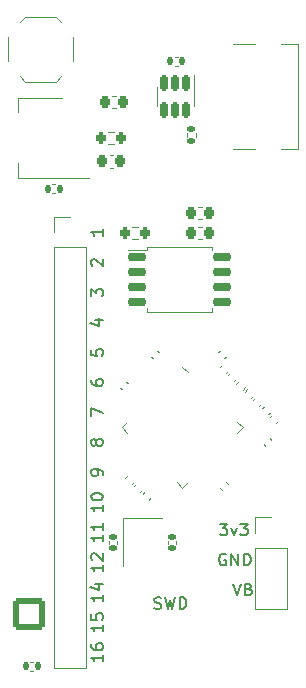
<source format=gbr>
%TF.GenerationSoftware,KiCad,Pcbnew,7.0.2*%
%TF.CreationDate,2023-08-01T17:34:10+02:00*%
%TF.ProjectId,playstation_adapter,706c6179-7374-4617-9469-6f6e5f616461,0.9*%
%TF.SameCoordinates,Original*%
%TF.FileFunction,Legend,Top*%
%TF.FilePolarity,Positive*%
%FSLAX46Y46*%
G04 Gerber Fmt 4.6, Leading zero omitted, Abs format (unit mm)*
G04 Created by KiCad (PCBNEW 7.0.2) date 2023-08-01 17:34:10*
%MOMM*%
%LPD*%
G01*
G04 APERTURE LIST*
G04 Aperture macros list*
%AMRoundRect*
0 Rectangle with rounded corners*
0 $1 Rounding radius*
0 $2 $3 $4 $5 $6 $7 $8 $9 X,Y pos of 4 corners*
0 Add a 4 corners polygon primitive as box body*
4,1,4,$2,$3,$4,$5,$6,$7,$8,$9,$2,$3,0*
0 Add four circle primitives for the rounded corners*
1,1,$1+$1,$2,$3*
1,1,$1+$1,$4,$5*
1,1,$1+$1,$6,$7*
1,1,$1+$1,$8,$9*
0 Add four rect primitives between the rounded corners*
20,1,$1+$1,$2,$3,$4,$5,0*
20,1,$1+$1,$4,$5,$6,$7,0*
20,1,$1+$1,$6,$7,$8,$9,0*
20,1,$1+$1,$8,$9,$2,$3,0*%
%AMRotRect*
0 Rectangle, with rotation*
0 The origin of the aperture is its center*
0 $1 length*
0 $2 width*
0 $3 Rotation angle, in degrees counterclockwise*
0 Add horizontal line*
21,1,$1,$2,0,0,$3*%
G04 Aperture macros list end*
%ADD10C,0.153000*%
%ADD11C,0.120000*%
%ADD12R,1.200000X1.400000*%
%ADD13RoundRect,0.140000X0.170000X-0.140000X0.170000X0.140000X-0.170000X0.140000X-0.170000X-0.140000X0*%
%ADD14RoundRect,0.150000X-0.150000X0.512500X-0.150000X-0.512500X0.150000X-0.512500X0.150000X0.512500X0*%
%ADD15RoundRect,0.140000X0.021213X-0.219203X0.219203X-0.021213X-0.021213X0.219203X-0.219203X0.021213X0*%
%ADD16RoundRect,0.225000X0.225000X0.250000X-0.225000X0.250000X-0.225000X-0.250000X0.225000X-0.250000X0*%
%ADD17RoundRect,0.225000X-0.225000X-0.250000X0.225000X-0.250000X0.225000X0.250000X-0.225000X0.250000X0*%
%ADD18RoundRect,0.140000X-0.170000X0.140000X-0.170000X-0.140000X0.170000X-0.140000X0.170000X0.140000X0*%
%ADD19RoundRect,0.140000X-0.021213X0.219203X-0.219203X0.021213X0.021213X-0.219203X0.219203X-0.021213X0*%
%ADD20RoundRect,0.140000X0.219203X0.021213X0.021213X0.219203X-0.219203X-0.021213X-0.021213X-0.219203X0*%
%ADD21R,1.000000X0.750000*%
%ADD22R,2.000000X1.500000*%
%ADD23R,2.000000X3.800000*%
%ADD24RoundRect,0.135000X0.135000X0.185000X-0.135000X0.185000X-0.135000X-0.185000X0.135000X-0.185000X0*%
%ADD25RoundRect,0.135000X-0.035355X0.226274X-0.226274X0.035355X0.035355X-0.226274X0.226274X-0.035355X0*%
%ADD26C,0.600000*%
%ADD27R,1.040000X0.600000*%
%ADD28R,1.090000X0.600000*%
%ADD29R,1.160000X0.300000*%
%ADD30R,2.000000X2.000000*%
%ADD31O,2.000000X0.900000*%
%ADD32R,1.700000X1.700000*%
%ADD33O,1.700000X1.700000*%
%ADD34RoundRect,0.150000X-0.650000X-0.150000X0.650000X-0.150000X0.650000X0.150000X-0.650000X0.150000X0*%
%ADD35RoundRect,0.135000X-0.185000X0.135000X-0.185000X-0.135000X0.185000X-0.135000X0.185000X0.135000X0*%
%ADD36RoundRect,0.140000X-0.219203X-0.021213X-0.021213X-0.219203X0.219203X0.021213X0.021213X0.219203X0*%
%ADD37RoundRect,0.050000X-0.309359X0.238649X0.238649X-0.309359X0.309359X-0.238649X-0.238649X0.309359X0*%
%ADD38RoundRect,0.050000X-0.309359X-0.238649X-0.238649X-0.309359X0.309359X0.238649X0.238649X0.309359X0*%
%ADD39RotRect,3.200000X3.200000X315.000000*%
%ADD40RoundRect,0.200000X0.200000X0.275000X-0.200000X0.275000X-0.200000X-0.275000X0.200000X-0.275000X0*%
%ADD41RoundRect,0.135000X-0.135000X-0.185000X0.135000X-0.185000X0.135000X0.185000X-0.135000X0.185000X0*%
%ADD42RoundRect,0.200000X-0.200000X-0.275000X0.200000X-0.275000X0.200000X0.275000X-0.200000X0.275000X0*%
%ADD43C,2.200000*%
%ADD44C,2.550000*%
%ADD45C,1.850000*%
%ADD46RoundRect,0.250001X1.099999X-1.099999X1.099999X1.099999X-1.099999X1.099999X-1.099999X-1.099999X0*%
%ADD47C,2.700000*%
G04 APERTURE END LIST*
D10*
X65277619Y-81090476D02*
X65277619Y-81661904D01*
X65277619Y-81376190D02*
X64277619Y-81376190D01*
X64277619Y-81376190D02*
X64420476Y-81471428D01*
X64420476Y-81471428D02*
X64515714Y-81566666D01*
X64515714Y-81566666D02*
X64563333Y-81661904D01*
X65277619Y-80138095D02*
X65277619Y-80709523D01*
X65277619Y-80423809D02*
X64277619Y-80423809D01*
X64277619Y-80423809D02*
X64420476Y-80519047D01*
X64420476Y-80519047D02*
X64515714Y-80614285D01*
X64515714Y-80614285D02*
X64563333Y-80709523D01*
X65277619Y-76010475D02*
X65277619Y-75819999D01*
X65277619Y-75819999D02*
X65230000Y-75724761D01*
X65230000Y-75724761D02*
X65182380Y-75677142D01*
X65182380Y-75677142D02*
X65039523Y-75581904D01*
X65039523Y-75581904D02*
X64849047Y-75534285D01*
X64849047Y-75534285D02*
X64468095Y-75534285D01*
X64468095Y-75534285D02*
X64372857Y-75581904D01*
X64372857Y-75581904D02*
X64325238Y-75629523D01*
X64325238Y-75629523D02*
X64277619Y-75724761D01*
X64277619Y-75724761D02*
X64277619Y-75915237D01*
X64277619Y-75915237D02*
X64325238Y-76010475D01*
X64325238Y-76010475D02*
X64372857Y-76058094D01*
X64372857Y-76058094D02*
X64468095Y-76105713D01*
X64468095Y-76105713D02*
X64706190Y-76105713D01*
X64706190Y-76105713D02*
X64801428Y-76058094D01*
X64801428Y-76058094D02*
X64849047Y-76010475D01*
X64849047Y-76010475D02*
X64896666Y-75915237D01*
X64896666Y-75915237D02*
X64896666Y-75724761D01*
X64896666Y-75724761D02*
X64849047Y-75629523D01*
X64849047Y-75629523D02*
X64801428Y-75581904D01*
X64801428Y-75581904D02*
X64706190Y-75534285D01*
X64277619Y-68009523D02*
X64277619Y-68199999D01*
X64277619Y-68199999D02*
X64325238Y-68295237D01*
X64325238Y-68295237D02*
X64372857Y-68342856D01*
X64372857Y-68342856D02*
X64515714Y-68438094D01*
X64515714Y-68438094D02*
X64706190Y-68485713D01*
X64706190Y-68485713D02*
X65087142Y-68485713D01*
X65087142Y-68485713D02*
X65182380Y-68438094D01*
X65182380Y-68438094D02*
X65230000Y-68390475D01*
X65230000Y-68390475D02*
X65277619Y-68295237D01*
X65277619Y-68295237D02*
X65277619Y-68104761D01*
X65277619Y-68104761D02*
X65230000Y-68009523D01*
X65230000Y-68009523D02*
X65182380Y-67961904D01*
X65182380Y-67961904D02*
X65087142Y-67914285D01*
X65087142Y-67914285D02*
X64849047Y-67914285D01*
X64849047Y-67914285D02*
X64753809Y-67961904D01*
X64753809Y-67961904D02*
X64706190Y-68009523D01*
X64706190Y-68009523D02*
X64658571Y-68104761D01*
X64658571Y-68104761D02*
X64658571Y-68295237D01*
X64658571Y-68295237D02*
X64706190Y-68390475D01*
X64706190Y-68390475D02*
X64753809Y-68438094D01*
X64753809Y-68438094D02*
X64849047Y-68485713D01*
X65277619Y-83630476D02*
X65277619Y-84201904D01*
X65277619Y-83916190D02*
X64277619Y-83916190D01*
X64277619Y-83916190D02*
X64420476Y-84011428D01*
X64420476Y-84011428D02*
X64515714Y-84106666D01*
X64515714Y-84106666D02*
X64563333Y-84201904D01*
X64372857Y-83249523D02*
X64325238Y-83201904D01*
X64325238Y-83201904D02*
X64277619Y-83106666D01*
X64277619Y-83106666D02*
X64277619Y-82868571D01*
X64277619Y-82868571D02*
X64325238Y-82773333D01*
X64325238Y-82773333D02*
X64372857Y-82725714D01*
X64372857Y-82725714D02*
X64468095Y-82678095D01*
X64468095Y-82678095D02*
X64563333Y-82678095D01*
X64563333Y-82678095D02*
X64706190Y-82725714D01*
X64706190Y-82725714D02*
X65277619Y-83297142D01*
X65277619Y-83297142D02*
X65277619Y-82678095D01*
X65277619Y-91250476D02*
X65277619Y-91821904D01*
X65277619Y-91536190D02*
X64277619Y-91536190D01*
X64277619Y-91536190D02*
X64420476Y-91631428D01*
X64420476Y-91631428D02*
X64515714Y-91726666D01*
X64515714Y-91726666D02*
X64563333Y-91821904D01*
X64277619Y-90393333D02*
X64277619Y-90583809D01*
X64277619Y-90583809D02*
X64325238Y-90679047D01*
X64325238Y-90679047D02*
X64372857Y-90726666D01*
X64372857Y-90726666D02*
X64515714Y-90821904D01*
X64515714Y-90821904D02*
X64706190Y-90869523D01*
X64706190Y-90869523D02*
X65087142Y-90869523D01*
X65087142Y-90869523D02*
X65182380Y-90821904D01*
X65182380Y-90821904D02*
X65230000Y-90774285D01*
X65230000Y-90774285D02*
X65277619Y-90679047D01*
X65277619Y-90679047D02*
X65277619Y-90488571D01*
X65277619Y-90488571D02*
X65230000Y-90393333D01*
X65230000Y-90393333D02*
X65182380Y-90345714D01*
X65182380Y-90345714D02*
X65087142Y-90298095D01*
X65087142Y-90298095D02*
X64849047Y-90298095D01*
X64849047Y-90298095D02*
X64753809Y-90345714D01*
X64753809Y-90345714D02*
X64706190Y-90393333D01*
X64706190Y-90393333D02*
X64658571Y-90488571D01*
X64658571Y-90488571D02*
X64658571Y-90679047D01*
X64658571Y-90679047D02*
X64706190Y-90774285D01*
X64706190Y-90774285D02*
X64753809Y-90821904D01*
X64753809Y-90821904D02*
X64849047Y-90869523D01*
X64372857Y-58325713D02*
X64325238Y-58278094D01*
X64325238Y-58278094D02*
X64277619Y-58182856D01*
X64277619Y-58182856D02*
X64277619Y-57944761D01*
X64277619Y-57944761D02*
X64325238Y-57849523D01*
X64325238Y-57849523D02*
X64372857Y-57801904D01*
X64372857Y-57801904D02*
X64468095Y-57754285D01*
X64468095Y-57754285D02*
X64563333Y-57754285D01*
X64563333Y-57754285D02*
X64706190Y-57801904D01*
X64706190Y-57801904D02*
X65277619Y-58373332D01*
X65277619Y-58373332D02*
X65277619Y-57754285D01*
X65277619Y-55214285D02*
X65277619Y-55785713D01*
X65277619Y-55499999D02*
X64277619Y-55499999D01*
X64277619Y-55499999D02*
X64420476Y-55595237D01*
X64420476Y-55595237D02*
X64515714Y-55690475D01*
X64515714Y-55690475D02*
X64563333Y-55785713D01*
X75691904Y-82745238D02*
X75596666Y-82697619D01*
X75596666Y-82697619D02*
X75453809Y-82697619D01*
X75453809Y-82697619D02*
X75310952Y-82745238D01*
X75310952Y-82745238D02*
X75215714Y-82840476D01*
X75215714Y-82840476D02*
X75168095Y-82935714D01*
X75168095Y-82935714D02*
X75120476Y-83126190D01*
X75120476Y-83126190D02*
X75120476Y-83269047D01*
X75120476Y-83269047D02*
X75168095Y-83459523D01*
X75168095Y-83459523D02*
X75215714Y-83554761D01*
X75215714Y-83554761D02*
X75310952Y-83650000D01*
X75310952Y-83650000D02*
X75453809Y-83697619D01*
X75453809Y-83697619D02*
X75549047Y-83697619D01*
X75549047Y-83697619D02*
X75691904Y-83650000D01*
X75691904Y-83650000D02*
X75739523Y-83602380D01*
X75739523Y-83602380D02*
X75739523Y-83269047D01*
X75739523Y-83269047D02*
X75549047Y-83269047D01*
X76168095Y-83697619D02*
X76168095Y-82697619D01*
X76168095Y-82697619D02*
X76739523Y-83697619D01*
X76739523Y-83697619D02*
X76739523Y-82697619D01*
X77215714Y-83697619D02*
X77215714Y-82697619D01*
X77215714Y-82697619D02*
X77453809Y-82697619D01*
X77453809Y-82697619D02*
X77596666Y-82745238D01*
X77596666Y-82745238D02*
X77691904Y-82840476D01*
X77691904Y-82840476D02*
X77739523Y-82935714D01*
X77739523Y-82935714D02*
X77787142Y-83126190D01*
X77787142Y-83126190D02*
X77787142Y-83269047D01*
X77787142Y-83269047D02*
X77739523Y-83459523D01*
X77739523Y-83459523D02*
X77691904Y-83554761D01*
X77691904Y-83554761D02*
X77596666Y-83650000D01*
X77596666Y-83650000D02*
X77453809Y-83697619D01*
X77453809Y-83697619D02*
X77215714Y-83697619D01*
X65277619Y-86170476D02*
X65277619Y-86741904D01*
X65277619Y-86456190D02*
X64277619Y-86456190D01*
X64277619Y-86456190D02*
X64420476Y-86551428D01*
X64420476Y-86551428D02*
X64515714Y-86646666D01*
X64515714Y-86646666D02*
X64563333Y-86741904D01*
X64610952Y-85313333D02*
X65277619Y-85313333D01*
X64230000Y-85551428D02*
X64944285Y-85789523D01*
X64944285Y-85789523D02*
X64944285Y-85170476D01*
X76295238Y-85237619D02*
X76628571Y-86237619D01*
X76628571Y-86237619D02*
X76961904Y-85237619D01*
X77628571Y-85713809D02*
X77771428Y-85761428D01*
X77771428Y-85761428D02*
X77819047Y-85809047D01*
X77819047Y-85809047D02*
X77866666Y-85904285D01*
X77866666Y-85904285D02*
X77866666Y-86047142D01*
X77866666Y-86047142D02*
X77819047Y-86142380D01*
X77819047Y-86142380D02*
X77771428Y-86190000D01*
X77771428Y-86190000D02*
X77676190Y-86237619D01*
X77676190Y-86237619D02*
X77295238Y-86237619D01*
X77295238Y-86237619D02*
X77295238Y-85237619D01*
X77295238Y-85237619D02*
X77628571Y-85237619D01*
X77628571Y-85237619D02*
X77723809Y-85285238D01*
X77723809Y-85285238D02*
X77771428Y-85332857D01*
X77771428Y-85332857D02*
X77819047Y-85428095D01*
X77819047Y-85428095D02*
X77819047Y-85523333D01*
X77819047Y-85523333D02*
X77771428Y-85618571D01*
X77771428Y-85618571D02*
X77723809Y-85666190D01*
X77723809Y-85666190D02*
X77628571Y-85713809D01*
X77628571Y-85713809D02*
X77295238Y-85713809D01*
X64610952Y-62929523D02*
X65277619Y-62929523D01*
X64230000Y-63167618D02*
X64944285Y-63405713D01*
X64944285Y-63405713D02*
X64944285Y-62786666D01*
X65277619Y-88710476D02*
X65277619Y-89281904D01*
X65277619Y-88996190D02*
X64277619Y-88996190D01*
X64277619Y-88996190D02*
X64420476Y-89091428D01*
X64420476Y-89091428D02*
X64515714Y-89186666D01*
X64515714Y-89186666D02*
X64563333Y-89281904D01*
X64277619Y-87805714D02*
X64277619Y-88281904D01*
X64277619Y-88281904D02*
X64753809Y-88329523D01*
X64753809Y-88329523D02*
X64706190Y-88281904D01*
X64706190Y-88281904D02*
X64658571Y-88186666D01*
X64658571Y-88186666D02*
X64658571Y-87948571D01*
X64658571Y-87948571D02*
X64706190Y-87853333D01*
X64706190Y-87853333D02*
X64753809Y-87805714D01*
X64753809Y-87805714D02*
X64849047Y-87758095D01*
X64849047Y-87758095D02*
X65087142Y-87758095D01*
X65087142Y-87758095D02*
X65182380Y-87805714D01*
X65182380Y-87805714D02*
X65230000Y-87853333D01*
X65230000Y-87853333D02*
X65277619Y-87948571D01*
X65277619Y-87948571D02*
X65277619Y-88186666D01*
X65277619Y-88186666D02*
X65230000Y-88281904D01*
X65230000Y-88281904D02*
X65182380Y-88329523D01*
X69642857Y-87330000D02*
X69785714Y-87377619D01*
X69785714Y-87377619D02*
X70023809Y-87377619D01*
X70023809Y-87377619D02*
X70119047Y-87330000D01*
X70119047Y-87330000D02*
X70166666Y-87282380D01*
X70166666Y-87282380D02*
X70214285Y-87187142D01*
X70214285Y-87187142D02*
X70214285Y-87091904D01*
X70214285Y-87091904D02*
X70166666Y-86996666D01*
X70166666Y-86996666D02*
X70119047Y-86949047D01*
X70119047Y-86949047D02*
X70023809Y-86901428D01*
X70023809Y-86901428D02*
X69833333Y-86853809D01*
X69833333Y-86853809D02*
X69738095Y-86806190D01*
X69738095Y-86806190D02*
X69690476Y-86758571D01*
X69690476Y-86758571D02*
X69642857Y-86663333D01*
X69642857Y-86663333D02*
X69642857Y-86568095D01*
X69642857Y-86568095D02*
X69690476Y-86472857D01*
X69690476Y-86472857D02*
X69738095Y-86425238D01*
X69738095Y-86425238D02*
X69833333Y-86377619D01*
X69833333Y-86377619D02*
X70071428Y-86377619D01*
X70071428Y-86377619D02*
X70214285Y-86425238D01*
X70547619Y-86377619D02*
X70785714Y-87377619D01*
X70785714Y-87377619D02*
X70976190Y-86663333D01*
X70976190Y-86663333D02*
X71166666Y-87377619D01*
X71166666Y-87377619D02*
X71404762Y-86377619D01*
X71785714Y-87377619D02*
X71785714Y-86377619D01*
X71785714Y-86377619D02*
X72023809Y-86377619D01*
X72023809Y-86377619D02*
X72166666Y-86425238D01*
X72166666Y-86425238D02*
X72261904Y-86520476D01*
X72261904Y-86520476D02*
X72309523Y-86615714D01*
X72309523Y-86615714D02*
X72357142Y-86806190D01*
X72357142Y-86806190D02*
X72357142Y-86949047D01*
X72357142Y-86949047D02*
X72309523Y-87139523D01*
X72309523Y-87139523D02*
X72261904Y-87234761D01*
X72261904Y-87234761D02*
X72166666Y-87330000D01*
X72166666Y-87330000D02*
X72023809Y-87377619D01*
X72023809Y-87377619D02*
X71785714Y-87377619D01*
X65277619Y-78550476D02*
X65277619Y-79121904D01*
X65277619Y-78836190D02*
X64277619Y-78836190D01*
X64277619Y-78836190D02*
X64420476Y-78931428D01*
X64420476Y-78931428D02*
X64515714Y-79026666D01*
X64515714Y-79026666D02*
X64563333Y-79121904D01*
X64277619Y-77931428D02*
X64277619Y-77836190D01*
X64277619Y-77836190D02*
X64325238Y-77740952D01*
X64325238Y-77740952D02*
X64372857Y-77693333D01*
X64372857Y-77693333D02*
X64468095Y-77645714D01*
X64468095Y-77645714D02*
X64658571Y-77598095D01*
X64658571Y-77598095D02*
X64896666Y-77598095D01*
X64896666Y-77598095D02*
X65087142Y-77645714D01*
X65087142Y-77645714D02*
X65182380Y-77693333D01*
X65182380Y-77693333D02*
X65230000Y-77740952D01*
X65230000Y-77740952D02*
X65277619Y-77836190D01*
X65277619Y-77836190D02*
X65277619Y-77931428D01*
X65277619Y-77931428D02*
X65230000Y-78026666D01*
X65230000Y-78026666D02*
X65182380Y-78074285D01*
X65182380Y-78074285D02*
X65087142Y-78121904D01*
X65087142Y-78121904D02*
X64896666Y-78169523D01*
X64896666Y-78169523D02*
X64658571Y-78169523D01*
X64658571Y-78169523D02*
X64468095Y-78121904D01*
X64468095Y-78121904D02*
X64372857Y-78074285D01*
X64372857Y-78074285D02*
X64325238Y-78026666D01*
X64325238Y-78026666D02*
X64277619Y-77931428D01*
X64277619Y-60913332D02*
X64277619Y-60294285D01*
X64277619Y-60294285D02*
X64658571Y-60627618D01*
X64658571Y-60627618D02*
X64658571Y-60484761D01*
X64658571Y-60484761D02*
X64706190Y-60389523D01*
X64706190Y-60389523D02*
X64753809Y-60341904D01*
X64753809Y-60341904D02*
X64849047Y-60294285D01*
X64849047Y-60294285D02*
X65087142Y-60294285D01*
X65087142Y-60294285D02*
X65182380Y-60341904D01*
X65182380Y-60341904D02*
X65230000Y-60389523D01*
X65230000Y-60389523D02*
X65277619Y-60484761D01*
X65277619Y-60484761D02*
X65277619Y-60770475D01*
X65277619Y-60770475D02*
X65230000Y-60865713D01*
X65230000Y-60865713D02*
X65182380Y-60913332D01*
X64277619Y-71073332D02*
X64277619Y-70406666D01*
X64277619Y-70406666D02*
X65277619Y-70835237D01*
X64277619Y-65421904D02*
X64277619Y-65898094D01*
X64277619Y-65898094D02*
X64753809Y-65945713D01*
X64753809Y-65945713D02*
X64706190Y-65898094D01*
X64706190Y-65898094D02*
X64658571Y-65802856D01*
X64658571Y-65802856D02*
X64658571Y-65564761D01*
X64658571Y-65564761D02*
X64706190Y-65469523D01*
X64706190Y-65469523D02*
X64753809Y-65421904D01*
X64753809Y-65421904D02*
X64849047Y-65374285D01*
X64849047Y-65374285D02*
X65087142Y-65374285D01*
X65087142Y-65374285D02*
X65182380Y-65421904D01*
X65182380Y-65421904D02*
X65230000Y-65469523D01*
X65230000Y-65469523D02*
X65277619Y-65564761D01*
X65277619Y-65564761D02*
X65277619Y-65802856D01*
X65277619Y-65802856D02*
X65230000Y-65898094D01*
X65230000Y-65898094D02*
X65182380Y-65945713D01*
X75199857Y-80157619D02*
X75818904Y-80157619D01*
X75818904Y-80157619D02*
X75485571Y-80538571D01*
X75485571Y-80538571D02*
X75628428Y-80538571D01*
X75628428Y-80538571D02*
X75723666Y-80586190D01*
X75723666Y-80586190D02*
X75771285Y-80633809D01*
X75771285Y-80633809D02*
X75818904Y-80729047D01*
X75818904Y-80729047D02*
X75818904Y-80967142D01*
X75818904Y-80967142D02*
X75771285Y-81062380D01*
X75771285Y-81062380D02*
X75723666Y-81110000D01*
X75723666Y-81110000D02*
X75628428Y-81157619D01*
X75628428Y-81157619D02*
X75342714Y-81157619D01*
X75342714Y-81157619D02*
X75247476Y-81110000D01*
X75247476Y-81110000D02*
X75199857Y-81062380D01*
X76152238Y-80490952D02*
X76390333Y-81157619D01*
X76390333Y-81157619D02*
X76628428Y-80490952D01*
X76914143Y-80157619D02*
X77533190Y-80157619D01*
X77533190Y-80157619D02*
X77199857Y-80538571D01*
X77199857Y-80538571D02*
X77342714Y-80538571D01*
X77342714Y-80538571D02*
X77437952Y-80586190D01*
X77437952Y-80586190D02*
X77485571Y-80633809D01*
X77485571Y-80633809D02*
X77533190Y-80729047D01*
X77533190Y-80729047D02*
X77533190Y-80967142D01*
X77533190Y-80967142D02*
X77485571Y-81062380D01*
X77485571Y-81062380D02*
X77437952Y-81110000D01*
X77437952Y-81110000D02*
X77342714Y-81157619D01*
X77342714Y-81157619D02*
X77057000Y-81157619D01*
X77057000Y-81157619D02*
X76961762Y-81110000D01*
X76961762Y-81110000D02*
X76914143Y-81062380D01*
X64706190Y-73375237D02*
X64658571Y-73470475D01*
X64658571Y-73470475D02*
X64610952Y-73518094D01*
X64610952Y-73518094D02*
X64515714Y-73565713D01*
X64515714Y-73565713D02*
X64468095Y-73565713D01*
X64468095Y-73565713D02*
X64372857Y-73518094D01*
X64372857Y-73518094D02*
X64325238Y-73470475D01*
X64325238Y-73470475D02*
X64277619Y-73375237D01*
X64277619Y-73375237D02*
X64277619Y-73184761D01*
X64277619Y-73184761D02*
X64325238Y-73089523D01*
X64325238Y-73089523D02*
X64372857Y-73041904D01*
X64372857Y-73041904D02*
X64468095Y-72994285D01*
X64468095Y-72994285D02*
X64515714Y-72994285D01*
X64515714Y-72994285D02*
X64610952Y-73041904D01*
X64610952Y-73041904D02*
X64658571Y-73089523D01*
X64658571Y-73089523D02*
X64706190Y-73184761D01*
X64706190Y-73184761D02*
X64706190Y-73375237D01*
X64706190Y-73375237D02*
X64753809Y-73470475D01*
X64753809Y-73470475D02*
X64801428Y-73518094D01*
X64801428Y-73518094D02*
X64896666Y-73565713D01*
X64896666Y-73565713D02*
X65087142Y-73565713D01*
X65087142Y-73565713D02*
X65182380Y-73518094D01*
X65182380Y-73518094D02*
X65230000Y-73470475D01*
X65230000Y-73470475D02*
X65277619Y-73375237D01*
X65277619Y-73375237D02*
X65277619Y-73184761D01*
X65277619Y-73184761D02*
X65230000Y-73089523D01*
X65230000Y-73089523D02*
X65182380Y-73041904D01*
X65182380Y-73041904D02*
X65087142Y-72994285D01*
X65087142Y-72994285D02*
X64896666Y-72994285D01*
X64896666Y-72994285D02*
X64801428Y-73041904D01*
X64801428Y-73041904D02*
X64753809Y-73089523D01*
X64753809Y-73089523D02*
X64706190Y-73184761D01*
D11*
%TO.C,Y1*%
X70320030Y-79718931D02*
X66945030Y-79718931D01*
X66945030Y-79718931D02*
X66945030Y-83743931D01*
%TO.C,C16*%
X70760030Y-81851767D02*
X70760030Y-81636095D01*
X71480030Y-81851767D02*
X71480030Y-81636095D01*
%TO.C,U2*%
X69840000Y-44000000D02*
X69840000Y-44800000D01*
X69840000Y-44000000D02*
X69840000Y-43200000D01*
X72960000Y-44000000D02*
X72960000Y-44800000D01*
X72960000Y-44000000D02*
X72960000Y-42200000D01*
%TO.C,C14*%
X78740258Y-70407479D02*
X78892761Y-70254976D01*
X79249375Y-70916596D02*
X79401878Y-70764093D01*
%TO.C,C17*%
X73640580Y-54360000D02*
X73359420Y-54360000D01*
X73640580Y-53340000D02*
X73359420Y-53340000D01*
%TO.C,C1*%
X66071920Y-43990000D02*
X66353080Y-43990000D01*
X66071920Y-45010000D02*
X66353080Y-45010000D01*
%TO.C,C11*%
X75204724Y-66871946D02*
X75357227Y-66719443D01*
X75713841Y-67381063D02*
X75866344Y-67228560D01*
%TO.C,C15*%
X66480030Y-81636095D02*
X66480030Y-81851767D01*
X65760030Y-81636095D02*
X65760030Y-81851767D01*
%TO.C,C3*%
X69304393Y-78033151D02*
X69151890Y-78185654D01*
X68795276Y-77524034D02*
X68642773Y-77676537D01*
%TO.C,C2*%
X66128080Y-50010000D02*
X65846920Y-50010000D01*
X66128080Y-48990000D02*
X65846920Y-48990000D01*
%TO.C,C4*%
X75006734Y-65655722D02*
X75159237Y-65503219D01*
X75515851Y-66164839D02*
X75668354Y-66012336D01*
%TO.C,C7*%
X66871946Y-68795276D02*
X66719443Y-68642773D01*
X67381063Y-68286159D02*
X67228560Y-68133656D01*
%TO.C,SW1*%
X62750000Y-41000000D02*
X62750000Y-39000000D01*
X61750000Y-42300000D02*
X61300000Y-42750000D01*
X61750000Y-37700000D02*
X61300000Y-37250000D01*
X61300000Y-42750000D02*
X58700000Y-42750000D01*
X61300000Y-37250000D02*
X58700000Y-37250000D01*
X58250000Y-42300000D02*
X58700000Y-42750000D01*
X58250000Y-37700000D02*
X58700000Y-37250000D01*
X57250000Y-41000000D02*
X57250000Y-39000000D01*
%TO.C,U1*%
X58077500Y-44090000D02*
X58077500Y-45350000D01*
X58077500Y-50910000D02*
X58077500Y-49650000D01*
X61837500Y-44090000D02*
X58077500Y-44090000D01*
X64087500Y-50910000D02*
X58077500Y-50910000D01*
%TO.C,R8*%
X71653641Y-41380000D02*
X71346359Y-41380000D01*
X71653641Y-40620000D02*
X71346359Y-40620000D01*
%TO.C,R4*%
X78034195Y-69331633D02*
X77816914Y-69548914D01*
X77496794Y-68794232D02*
X77279513Y-69011513D01*
%TO.C,J3*%
X76330000Y-48470000D02*
X78130000Y-48470000D01*
X81840000Y-48470000D02*
X80380000Y-48470000D01*
X76330000Y-39530000D02*
X78130000Y-39530000D01*
X81840000Y-39530000D02*
X81840000Y-48470000D01*
X81840000Y-39530000D02*
X80380000Y-39530000D01*
%TO.C,C8*%
X68597286Y-77326044D02*
X68444783Y-77478547D01*
X68088169Y-76816927D02*
X67935666Y-76969430D01*
%TO.C,J2*%
X61170000Y-54170000D02*
X62500000Y-54170000D01*
X61170000Y-55500000D02*
X61170000Y-54170000D01*
X61170000Y-56770000D02*
X61170000Y-92390000D01*
X61170000Y-56770000D02*
X63830000Y-56770000D01*
X61170000Y-92390000D02*
X63830000Y-92390000D01*
X63830000Y-56770000D02*
X63830000Y-92390000D01*
%TO.C,U4*%
X74549510Y-56722568D02*
X74549510Y-57005068D01*
X71802010Y-56722568D02*
X74549510Y-56722568D01*
X71802010Y-56722568D02*
X69054510Y-56722568D01*
X69054510Y-56722568D02*
X69054510Y-57005068D01*
X69054510Y-57005068D02*
X67402010Y-57005068D01*
X74549510Y-62217568D02*
X74549510Y-61935068D01*
X71802010Y-62217568D02*
X74549510Y-62217568D01*
X71802010Y-62217568D02*
X69054510Y-62217568D01*
X69054510Y-62217568D02*
X69054510Y-61935068D01*
%TO.C,C12*%
X75911831Y-67579052D02*
X76064334Y-67426549D01*
X76420948Y-68088169D02*
X76573451Y-67935666D01*
%TO.C,R9*%
X59403641Y-92630000D02*
X59096359Y-92630000D01*
X59403641Y-91870000D02*
X59096359Y-91870000D01*
%TO.C,R7*%
X73130000Y-47096359D02*
X73130000Y-47403641D01*
X72370000Y-47096359D02*
X72370000Y-47403641D01*
%TO.C,C5*%
X79447365Y-71114586D02*
X79599868Y-70962083D01*
X79956482Y-71623703D02*
X80108985Y-71471200D01*
%TO.C,C6*%
X69502383Y-66164839D02*
X69349880Y-66012336D01*
X70011500Y-65655722D02*
X69858997Y-65503219D01*
%TO.C,C10*%
X79404938Y-72927840D02*
X79557441Y-73080343D01*
X78895821Y-73436957D02*
X79048324Y-73589460D01*
%TO.C,R3*%
X77327088Y-68624526D02*
X77109807Y-68841807D01*
X76789687Y-68087125D02*
X76572406Y-68304406D01*
%TO.C,C13*%
X78033151Y-69700373D02*
X78185654Y-69547870D01*
X78542268Y-70209490D02*
X78694771Y-70056987D01*
%TO.C,U3*%
X66894689Y-72000000D02*
X67354308Y-71540381D01*
X72459619Y-67354308D02*
X72000000Y-66894689D01*
X67354308Y-72459619D02*
X66894689Y-72000000D01*
X76645692Y-71540381D02*
X77105311Y-72000000D01*
X71540381Y-76645692D02*
X72000000Y-77105311D01*
X77105311Y-72000000D02*
X76645692Y-72459619D01*
X72000000Y-77105311D02*
X72459619Y-76645692D01*
%TO.C,C9*%
X75713841Y-76618937D02*
X75866344Y-76771440D01*
X75204724Y-77128054D02*
X75357227Y-77280557D01*
%TO.C,C18*%
X73640580Y-56090981D02*
X73359420Y-56090981D01*
X73640580Y-55070981D02*
X73359420Y-55070981D01*
%TO.C,R5*%
X67936710Y-76600691D02*
X67719429Y-76817972D01*
X67399309Y-76063290D02*
X67182028Y-76280571D01*
%TO.C,R6*%
X68237258Y-56103481D02*
X67762742Y-56103481D01*
X68237258Y-55058481D02*
X67762742Y-55058481D01*
%TO.C,R10*%
X60956358Y-51420000D02*
X61263640Y-51420000D01*
X60956358Y-52180000D02*
X61263640Y-52180000D01*
%TO.C,R1*%
X65750242Y-46977500D02*
X66224758Y-46977500D01*
X65750242Y-48022500D02*
X66224758Y-48022500D01*
%TO.C,J1*%
X78170000Y-79630000D02*
X79500000Y-79630000D01*
X78170000Y-80960000D02*
X78170000Y-79630000D01*
X78170000Y-82230000D02*
X78170000Y-87370000D01*
X78170000Y-82230000D02*
X80830000Y-82230000D01*
X78170000Y-87370000D02*
X80830000Y-87370000D01*
X80830000Y-82230000D02*
X80830000Y-87370000D01*
%TD*%
%LPC*%
D12*
%TO.C,Y1*%
X67770030Y-80643931D03*
X67770030Y-82843931D03*
X69470030Y-82843931D03*
X69470030Y-80643931D03*
%TD*%
D13*
%TO.C,C16*%
X71120030Y-82223931D03*
X71120030Y-81263931D03*
%TD*%
D14*
%TO.C,U2*%
X72350000Y-42862500D03*
X71400000Y-42862500D03*
X70450000Y-42862500D03*
X70450000Y-45137500D03*
X71400000Y-45137500D03*
X72350000Y-45137500D03*
%TD*%
D15*
%TO.C,C14*%
X78731657Y-70925197D03*
X79410479Y-70246375D03*
%TD*%
D16*
%TO.C,C17*%
X74275000Y-53850000D03*
X72725000Y-53850000D03*
%TD*%
D17*
%TO.C,C1*%
X65437500Y-44500000D03*
X66987500Y-44500000D03*
%TD*%
D15*
%TO.C,C11*%
X75196123Y-67389664D03*
X75874945Y-66710842D03*
%TD*%
D18*
%TO.C,C15*%
X66120030Y-81263931D03*
X66120030Y-82223931D03*
%TD*%
D19*
%TO.C,C3*%
X69312994Y-77515433D03*
X68634172Y-78194255D03*
%TD*%
D16*
%TO.C,C2*%
X66762500Y-49500000D03*
X65212500Y-49500000D03*
%TD*%
D15*
%TO.C,C4*%
X74998133Y-66173440D03*
X75676955Y-65494618D03*
%TD*%
D20*
%TO.C,C7*%
X67389664Y-68803877D03*
X66710842Y-68125055D03*
%TD*%
D21*
%TO.C,SW1*%
X63000000Y-41875000D03*
X57000000Y-41875000D03*
X63000000Y-38125000D03*
X57000000Y-38125000D03*
%TD*%
D22*
%TO.C,U1*%
X63137500Y-49800000D03*
D23*
X56837500Y-47500000D03*
D22*
X63137500Y-47500000D03*
X63137500Y-45200000D03*
%TD*%
D24*
%TO.C,R8*%
X72010000Y-41000000D03*
X70990000Y-41000000D03*
%TD*%
D25*
%TO.C,R4*%
X78017478Y-68810949D03*
X77296230Y-69532197D03*
%TD*%
D26*
%TO.C,J3*%
X75550000Y-46890000D03*
X75550000Y-41110000D03*
D27*
X74430000Y-47200000D03*
D28*
X74455000Y-46400000D03*
D29*
X74490000Y-45250000D03*
X74490000Y-44250000D03*
X74490000Y-43750000D03*
X74490000Y-42750000D03*
D28*
X74455000Y-41600000D03*
D27*
X74430000Y-40800000D03*
X74430000Y-40800000D03*
D28*
X74455000Y-41600000D03*
D29*
X74490000Y-42250000D03*
X74490000Y-43250000D03*
X74490000Y-44750000D03*
X74490000Y-45750000D03*
D28*
X74455000Y-46400000D03*
D27*
X74430000Y-47200000D03*
D30*
X79230000Y-48750000D03*
D31*
X75030000Y-48320000D03*
X75030000Y-39680000D03*
D30*
X79230000Y-39250000D03*
%TD*%
D19*
%TO.C,C8*%
X68605887Y-76808326D03*
X67927065Y-77487148D03*
%TD*%
D32*
%TO.C,J2*%
X62500000Y-55500000D03*
D33*
X62500000Y-58040000D03*
X62500000Y-60580000D03*
X62500000Y-63120000D03*
X62500000Y-65660000D03*
X62500000Y-68200000D03*
X62500000Y-70740000D03*
X62500000Y-73280000D03*
X62500000Y-75820000D03*
X62500000Y-78360000D03*
X62500000Y-80900000D03*
X62500000Y-83440000D03*
X62500000Y-85980000D03*
X62500000Y-88520000D03*
X62500000Y-91060000D03*
%TD*%
D34*
%TO.C,U4*%
X68202010Y-57565068D03*
X68202010Y-58835068D03*
X68202010Y-60105068D03*
X68202010Y-61375068D03*
X75402010Y-61375068D03*
X75402010Y-60105068D03*
X75402010Y-58835068D03*
X75402010Y-57565068D03*
%TD*%
D15*
%TO.C,C12*%
X75903230Y-68096770D03*
X76582052Y-67417948D03*
%TD*%
D24*
%TO.C,R9*%
X59760000Y-92250000D03*
X58740000Y-92250000D03*
%TD*%
D35*
%TO.C,R7*%
X72750000Y-46740000D03*
X72750000Y-47760000D03*
%TD*%
D15*
%TO.C,C5*%
X79438764Y-71632304D03*
X80117586Y-70953482D03*
%TD*%
D20*
%TO.C,C6*%
X70020101Y-66173440D03*
X69341279Y-65494618D03*
%TD*%
D36*
%TO.C,C10*%
X78887220Y-72919239D03*
X79566042Y-73598061D03*
%TD*%
D25*
%TO.C,R3*%
X77310371Y-68103842D03*
X76589123Y-68825090D03*
%TD*%
D15*
%TO.C,C13*%
X78024550Y-70218091D03*
X78703372Y-69539269D03*
%TD*%
D37*
%TO.C,U3*%
X71407798Y-67730843D03*
X71124955Y-68013686D03*
X70842113Y-68296528D03*
X70559270Y-68579371D03*
X70276427Y-68862214D03*
X69993585Y-69145056D03*
X69710742Y-69427899D03*
X69427899Y-69710742D03*
X69145056Y-69993585D03*
X68862214Y-70276427D03*
X68579371Y-70559270D03*
X68296528Y-70842113D03*
X68013686Y-71124955D03*
X67730843Y-71407798D03*
D38*
X67730843Y-72592202D03*
X68013686Y-72875045D03*
X68296528Y-73157887D03*
X68579371Y-73440730D03*
X68862214Y-73723573D03*
X69145056Y-74006415D03*
X69427899Y-74289258D03*
X69710742Y-74572101D03*
X69993585Y-74854944D03*
X70276427Y-75137786D03*
X70559270Y-75420629D03*
X70842113Y-75703472D03*
X71124955Y-75986314D03*
X71407798Y-76269157D03*
D37*
X72592202Y-76269157D03*
X72875045Y-75986314D03*
X73157887Y-75703472D03*
X73440730Y-75420629D03*
X73723573Y-75137786D03*
X74006415Y-74854944D03*
X74289258Y-74572101D03*
X74572101Y-74289258D03*
X74854944Y-74006415D03*
X75137786Y-73723573D03*
X75420629Y-73440730D03*
X75703472Y-73157887D03*
X75986314Y-72875045D03*
X76269157Y-72592202D03*
D38*
X76269157Y-71407798D03*
X75986314Y-71124955D03*
X75703472Y-70842113D03*
X75420629Y-70559270D03*
X75137786Y-70276427D03*
X74854944Y-69993585D03*
X74572101Y-69710742D03*
X74289258Y-69427899D03*
X74006415Y-69145056D03*
X73723573Y-68862214D03*
X73440730Y-68579371D03*
X73157887Y-68296528D03*
X72875045Y-68013686D03*
X72592202Y-67730843D03*
D39*
X72000000Y-72000000D03*
%TD*%
D36*
%TO.C,C9*%
X75196123Y-76610336D03*
X75874945Y-77289158D03*
%TD*%
D16*
%TO.C,C18*%
X74275000Y-55580981D03*
X72725000Y-55580981D03*
%TD*%
D25*
%TO.C,R5*%
X67919993Y-76080007D03*
X67198745Y-76801255D03*
%TD*%
D40*
%TO.C,R6*%
X68825000Y-55580981D03*
X67175000Y-55580981D03*
%TD*%
D41*
%TO.C,R10*%
X60599999Y-51800000D03*
X61619999Y-51800000D03*
%TD*%
D42*
%TO.C,R1*%
X65162500Y-47500000D03*
X66812500Y-47500000D03*
%TD*%
D43*
%TO.C,SWD1*%
X74135000Y-91770000D03*
D44*
X67865000Y-89230000D03*
D45*
X69095000Y-91770000D03*
X70365000Y-89230000D03*
X71635000Y-91770000D03*
X72905000Y-89230000D03*
%TD*%
D32*
%TO.C,J1*%
X79500000Y-80960000D03*
D33*
X79500000Y-83500000D03*
X79500000Y-86040000D03*
%TD*%
D46*
%TO.C,J4*%
X59000000Y-87840000D03*
D47*
X59000000Y-83880000D03*
X59000000Y-79920000D03*
X59000000Y-75960000D03*
X59000000Y-72000000D03*
X59000000Y-68040000D03*
X59000000Y-64080000D03*
X59000000Y-60120000D03*
X59000000Y-56160000D03*
%TD*%
%LPD*%
M02*

</source>
